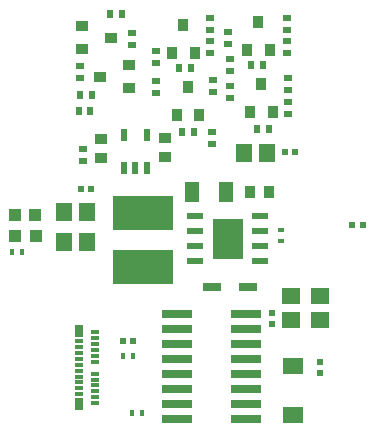
<source format=gtp>
G04*
G04 #@! TF.GenerationSoftware,Altium Limited,Altium Designer,23.4.1 (23)*
G04*
G04 Layer_Color=8421504*
%FSLAX25Y25*%
%MOIN*%
G70*
G04*
G04 #@! TF.SameCoordinates,D0A82AA9-F4A3-43A1-B343-99984006E8F9*
G04*
G04*
G04 #@! TF.FilePolarity,Positive*
G04*
G01*
G75*
%ADD19R,0.02756X0.01181*%
%ADD20R,0.02756X0.03937*%
%ADD21R,0.07087X0.05315*%
%ADD22R,0.02362X0.04134*%
%ADD23R,0.03347X0.03937*%
%ADD24R,0.03347X0.03937*%
%ADD25R,0.10000X0.02500*%
%ADD26R,0.09921X0.13386*%
%ADD27R,0.05709X0.02362*%
%ADD28R,0.06299X0.03150*%
%ADD29R,0.03937X0.04331*%
%ADD30R,0.04528X0.07087*%
%ADD31R,0.02165X0.02559*%
%ADD32R,0.01772X0.02165*%
%ADD33R,0.19882X0.11417*%
%ADD34R,0.05315X0.06102*%
%ADD35R,0.03543X0.03937*%
%ADD36R,0.02441X0.02441*%
%ADD37R,0.02441X0.02441*%
%ADD38R,0.03937X0.03543*%
%ADD39R,0.02559X0.02165*%
%ADD40R,0.06102X0.05315*%
%ADD41R,0.03937X0.03347*%
%ADD42R,0.03937X0.03347*%
%ADD43R,0.02165X0.01772*%
D19*
X28240Y21516D02*
D03*
Y19547D02*
D03*
Y23484D02*
D03*
Y25453D02*
D03*
Y17579D02*
D03*
Y27421D02*
D03*
Y15610D02*
D03*
Y29390D02*
D03*
Y13642D02*
D03*
Y31358D02*
D03*
X33358Y34311D02*
D03*
Y10689D02*
D03*
Y32342D02*
D03*
Y12657D02*
D03*
Y30374D02*
D03*
Y14626D02*
D03*
Y28405D02*
D03*
Y16594D02*
D03*
Y26437D02*
D03*
Y24468D02*
D03*
Y18563D02*
D03*
Y20531D02*
D03*
D20*
X28240Y10295D02*
D03*
Y34705D02*
D03*
D21*
X99500Y6831D02*
D03*
Y23169D02*
D03*
D22*
X43260Y99913D02*
D03*
X50740D02*
D03*
Y89087D02*
D03*
X47000D02*
D03*
X43260D02*
D03*
D23*
X88000Y137724D02*
D03*
X84260Y128276D02*
D03*
X60760Y106776D02*
D03*
X64500Y116224D02*
D03*
X63000Y136724D02*
D03*
X59260Y127276D02*
D03*
X89000Y117224D02*
D03*
X85260Y107776D02*
D03*
D24*
X91740Y128276D02*
D03*
X68240Y106776D02*
D03*
X66740Y127276D02*
D03*
X92740Y107776D02*
D03*
D25*
X84000Y40500D02*
D03*
Y35500D02*
D03*
Y30500D02*
D03*
Y25500D02*
D03*
Y20500D02*
D03*
Y15500D02*
D03*
Y10500D02*
D03*
Y5500D02*
D03*
X61000D02*
D03*
Y10500D02*
D03*
Y15500D02*
D03*
Y20500D02*
D03*
Y25500D02*
D03*
Y30500D02*
D03*
Y35500D02*
D03*
Y40500D02*
D03*
D26*
X77728Y65500D02*
D03*
D27*
X67000Y73000D02*
D03*
Y68000D02*
D03*
Y63000D02*
D03*
Y58000D02*
D03*
X88457Y73000D02*
D03*
Y68000D02*
D03*
Y63000D02*
D03*
Y58000D02*
D03*
D28*
X84405Y49500D02*
D03*
X72594D02*
D03*
D29*
X7000Y66500D02*
D03*
X13693D02*
D03*
X6807Y73500D02*
D03*
X13500D02*
D03*
D30*
X65791Y81000D02*
D03*
X77209D02*
D03*
D31*
X32469Y113500D02*
D03*
X28532D02*
D03*
X66437Y101000D02*
D03*
X62500D02*
D03*
X65469Y122500D02*
D03*
X61532D02*
D03*
X91469Y102000D02*
D03*
X87532D02*
D03*
X42469Y140500D02*
D03*
X38532D02*
D03*
X89468Y123500D02*
D03*
X85532D02*
D03*
X31969Y108000D02*
D03*
X28032D02*
D03*
D32*
X5728Y61000D02*
D03*
X9272D02*
D03*
X42728Y26500D02*
D03*
X46272D02*
D03*
X45728Y7500D02*
D03*
X49272D02*
D03*
D33*
X49500Y55933D02*
D03*
Y74043D02*
D03*
D34*
X83063Y94000D02*
D03*
X90937D02*
D03*
X23063Y64500D02*
D03*
X30937D02*
D03*
X23063Y74500D02*
D03*
X30937D02*
D03*
D35*
X85350Y81000D02*
D03*
X91650D02*
D03*
D36*
X119228Y70000D02*
D03*
X122772D02*
D03*
X96728Y94500D02*
D03*
X100272D02*
D03*
X46272Y31500D02*
D03*
X42728D02*
D03*
X32272Y82000D02*
D03*
X28728D02*
D03*
D37*
X92500Y40772D02*
D03*
Y37228D02*
D03*
X108500Y24272D02*
D03*
Y20728D02*
D03*
D38*
X57000Y92850D02*
D03*
Y99150D02*
D03*
X35500Y98650D02*
D03*
Y92350D02*
D03*
D39*
X54000Y114032D02*
D03*
Y117968D02*
D03*
X54000Y127969D02*
D03*
Y124031D02*
D03*
X46000Y130032D02*
D03*
Y133968D02*
D03*
X28500Y122968D02*
D03*
Y119032D02*
D03*
X78500Y116469D02*
D03*
Y112531D02*
D03*
Y125469D02*
D03*
Y121531D02*
D03*
X78000Y130532D02*
D03*
Y134468D02*
D03*
X29500Y95468D02*
D03*
Y91531D02*
D03*
X98000Y110968D02*
D03*
Y107032D02*
D03*
X97500Y131468D02*
D03*
Y127532D02*
D03*
X72000Y127500D02*
D03*
Y131437D02*
D03*
X72500Y100969D02*
D03*
Y97031D02*
D03*
X73000Y118468D02*
D03*
Y114532D02*
D03*
X72000Y138969D02*
D03*
Y135031D02*
D03*
X98000Y118968D02*
D03*
Y115032D02*
D03*
X97500Y138969D02*
D03*
Y135031D02*
D03*
D40*
X108500Y38563D02*
D03*
Y46437D02*
D03*
X99000Y38563D02*
D03*
Y46437D02*
D03*
D41*
X38724Y132500D02*
D03*
X29276Y136240D02*
D03*
X44724Y115760D02*
D03*
X35276Y119500D02*
D03*
D42*
X29276Y128760D02*
D03*
X44724Y123240D02*
D03*
D43*
X95500Y68272D02*
D03*
Y64728D02*
D03*
M02*

</source>
